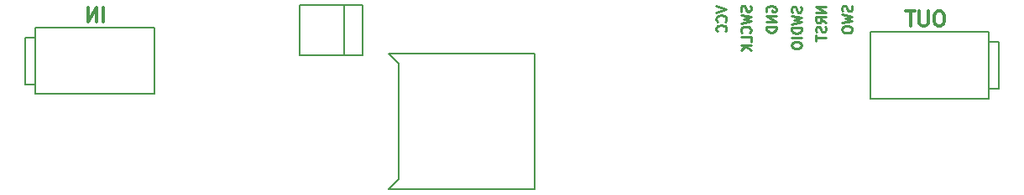
<source format=gbo>
G04 #@! TF.FileFunction,Legend,Bot*
%FSLAX46Y46*%
G04 Gerber Fmt 4.6, Leading zero omitted, Abs format (unit mm)*
G04 Created by KiCad (PCBNEW 4.0.5-e0-6337~52~ubuntu16.10.1) date Sun Jan 15 19:46:15 2017*
%MOMM*%
%LPD*%
G01*
G04 APERTURE LIST*
%ADD10C,0.100000*%
%ADD11C,0.250000*%
%ADD12C,0.300000*%
%ADD13C,0.150000*%
%ADD14C,0.200000*%
G04 APERTURE END LIST*
D10*
D11*
X162482162Y-81321448D02*
X162529781Y-81464305D01*
X162529781Y-81702401D01*
X162482162Y-81797639D01*
X162434543Y-81845258D01*
X162339305Y-81892877D01*
X162244067Y-81892877D01*
X162148829Y-81845258D01*
X162101210Y-81797639D01*
X162053590Y-81702401D01*
X162005971Y-81511924D01*
X161958352Y-81416686D01*
X161910733Y-81369067D01*
X161815495Y-81321448D01*
X161720257Y-81321448D01*
X161625019Y-81369067D01*
X161577400Y-81416686D01*
X161529781Y-81511924D01*
X161529781Y-81750020D01*
X161577400Y-81892877D01*
X161529781Y-82226210D02*
X162529781Y-82464305D01*
X161815495Y-82654782D01*
X162529781Y-82845258D01*
X161529781Y-83083353D01*
X161529781Y-83654781D02*
X161529781Y-83845258D01*
X161577400Y-83940496D01*
X161672638Y-84035734D01*
X161863114Y-84083353D01*
X162196448Y-84083353D01*
X162386924Y-84035734D01*
X162482162Y-83940496D01*
X162529781Y-83845258D01*
X162529781Y-83654781D01*
X162482162Y-83559543D01*
X162386924Y-83464305D01*
X162196448Y-83416686D01*
X161863114Y-83416686D01*
X161672638Y-83464305D01*
X161577400Y-83559543D01*
X161529781Y-83654781D01*
X159875481Y-81453243D02*
X158875481Y-81453243D01*
X159875481Y-82024672D01*
X158875481Y-82024672D01*
X159875481Y-83072291D02*
X159399290Y-82738957D01*
X159875481Y-82500862D02*
X158875481Y-82500862D01*
X158875481Y-82881815D01*
X158923100Y-82977053D01*
X158970719Y-83024672D01*
X159065957Y-83072291D01*
X159208814Y-83072291D01*
X159304052Y-83024672D01*
X159351671Y-82977053D01*
X159399290Y-82881815D01*
X159399290Y-82500862D01*
X159827862Y-83453243D02*
X159875481Y-83596100D01*
X159875481Y-83834196D01*
X159827862Y-83929434D01*
X159780243Y-83977053D01*
X159685005Y-84024672D01*
X159589767Y-84024672D01*
X159494529Y-83977053D01*
X159446910Y-83929434D01*
X159399290Y-83834196D01*
X159351671Y-83643719D01*
X159304052Y-83548481D01*
X159256433Y-83500862D01*
X159161195Y-83453243D01*
X159065957Y-83453243D01*
X158970719Y-83500862D01*
X158923100Y-83548481D01*
X158875481Y-83643719D01*
X158875481Y-83881815D01*
X158923100Y-84024672D01*
X158875481Y-84310386D02*
X158875481Y-84881815D01*
X159875481Y-84596100D02*
X158875481Y-84596100D01*
X157376762Y-81434253D02*
X157424381Y-81577110D01*
X157424381Y-81815206D01*
X157376762Y-81910444D01*
X157329143Y-81958063D01*
X157233905Y-82005682D01*
X157138667Y-82005682D01*
X157043429Y-81958063D01*
X156995810Y-81910444D01*
X156948190Y-81815206D01*
X156900571Y-81624729D01*
X156852952Y-81529491D01*
X156805333Y-81481872D01*
X156710095Y-81434253D01*
X156614857Y-81434253D01*
X156519619Y-81481872D01*
X156472000Y-81529491D01*
X156424381Y-81624729D01*
X156424381Y-81862825D01*
X156472000Y-82005682D01*
X156424381Y-82339015D02*
X157424381Y-82577110D01*
X156710095Y-82767587D01*
X157424381Y-82958063D01*
X156424381Y-83196158D01*
X157424381Y-83577110D02*
X156424381Y-83577110D01*
X156424381Y-83815205D01*
X156472000Y-83958063D01*
X156567238Y-84053301D01*
X156662476Y-84100920D01*
X156852952Y-84148539D01*
X156995810Y-84148539D01*
X157186286Y-84100920D01*
X157281524Y-84053301D01*
X157376762Y-83958063D01*
X157424381Y-83815205D01*
X157424381Y-83577110D01*
X157424381Y-84577110D02*
X156424381Y-84577110D01*
X156424381Y-85243776D02*
X156424381Y-85434253D01*
X156472000Y-85529491D01*
X156567238Y-85624729D01*
X156757714Y-85672348D01*
X157091048Y-85672348D01*
X157281524Y-85624729D01*
X157376762Y-85529491D01*
X157424381Y-85434253D01*
X157424381Y-85243776D01*
X157376762Y-85148538D01*
X157281524Y-85053300D01*
X157091048Y-85005681D01*
X156757714Y-85005681D01*
X156567238Y-85053300D01*
X156472000Y-85148538D01*
X156424381Y-85243776D01*
X153919300Y-81940496D02*
X153871681Y-81845258D01*
X153871681Y-81702401D01*
X153919300Y-81559543D01*
X154014538Y-81464305D01*
X154109776Y-81416686D01*
X154300252Y-81369067D01*
X154443110Y-81369067D01*
X154633586Y-81416686D01*
X154728824Y-81464305D01*
X154824062Y-81559543D01*
X154871681Y-81702401D01*
X154871681Y-81797639D01*
X154824062Y-81940496D01*
X154776443Y-81988115D01*
X154443110Y-81988115D01*
X154443110Y-81797639D01*
X154871681Y-82416686D02*
X153871681Y-82416686D01*
X154871681Y-82988115D01*
X153871681Y-82988115D01*
X154871681Y-83464305D02*
X153871681Y-83464305D01*
X153871681Y-83702400D01*
X153919300Y-83845258D01*
X154014538Y-83940496D01*
X154109776Y-83988115D01*
X154300252Y-84035734D01*
X154443110Y-84035734D01*
X154633586Y-83988115D01*
X154728824Y-83940496D01*
X154824062Y-83845258D01*
X154871681Y-83702400D01*
X154871681Y-83464305D01*
X152271362Y-81354895D02*
X152318981Y-81497752D01*
X152318981Y-81735848D01*
X152271362Y-81831086D01*
X152223743Y-81878705D01*
X152128505Y-81926324D01*
X152033267Y-81926324D01*
X151938029Y-81878705D01*
X151890410Y-81831086D01*
X151842790Y-81735848D01*
X151795171Y-81545371D01*
X151747552Y-81450133D01*
X151699933Y-81402514D01*
X151604695Y-81354895D01*
X151509457Y-81354895D01*
X151414219Y-81402514D01*
X151366600Y-81450133D01*
X151318981Y-81545371D01*
X151318981Y-81783467D01*
X151366600Y-81926324D01*
X151318981Y-82259657D02*
X152318981Y-82497752D01*
X151604695Y-82688229D01*
X152318981Y-82878705D01*
X151318981Y-83116800D01*
X152223743Y-84069181D02*
X152271362Y-84021562D01*
X152318981Y-83878705D01*
X152318981Y-83783467D01*
X152271362Y-83640609D01*
X152176124Y-83545371D01*
X152080886Y-83497752D01*
X151890410Y-83450133D01*
X151747552Y-83450133D01*
X151557076Y-83497752D01*
X151461838Y-83545371D01*
X151366600Y-83640609D01*
X151318981Y-83783467D01*
X151318981Y-83878705D01*
X151366600Y-84021562D01*
X151414219Y-84069181D01*
X152318981Y-84973943D02*
X152318981Y-84497752D01*
X151318981Y-84497752D01*
X152318981Y-85307276D02*
X151318981Y-85307276D01*
X152318981Y-85878705D02*
X151747552Y-85450133D01*
X151318981Y-85878705D02*
X151890410Y-85307276D01*
X148842481Y-81369067D02*
X149842481Y-81702400D01*
X148842481Y-82035734D01*
X149747243Y-82940496D02*
X149794862Y-82892877D01*
X149842481Y-82750020D01*
X149842481Y-82654782D01*
X149794862Y-82511924D01*
X149699624Y-82416686D01*
X149604386Y-82369067D01*
X149413910Y-82321448D01*
X149271052Y-82321448D01*
X149080576Y-82369067D01*
X148985338Y-82416686D01*
X148890100Y-82511924D01*
X148842481Y-82654782D01*
X148842481Y-82750020D01*
X148890100Y-82892877D01*
X148937719Y-82940496D01*
X149747243Y-83940496D02*
X149794862Y-83892877D01*
X149842481Y-83750020D01*
X149842481Y-83654782D01*
X149794862Y-83511924D01*
X149699624Y-83416686D01*
X149604386Y-83369067D01*
X149413910Y-83321448D01*
X149271052Y-83321448D01*
X149080576Y-83369067D01*
X148985338Y-83416686D01*
X148890100Y-83511924D01*
X148842481Y-83654782D01*
X148842481Y-83750020D01*
X148890100Y-83892877D01*
X148937719Y-83940496D01*
D12*
X171476800Y-81906371D02*
X171191086Y-81906371D01*
X171048228Y-81977800D01*
X170905371Y-82120657D01*
X170833943Y-82406371D01*
X170833943Y-82906371D01*
X170905371Y-83192086D01*
X171048228Y-83334943D01*
X171191086Y-83406371D01*
X171476800Y-83406371D01*
X171619657Y-83334943D01*
X171762514Y-83192086D01*
X171833943Y-82906371D01*
X171833943Y-82406371D01*
X171762514Y-82120657D01*
X171619657Y-81977800D01*
X171476800Y-81906371D01*
X170191085Y-81906371D02*
X170191085Y-83120657D01*
X170119657Y-83263514D01*
X170048228Y-83334943D01*
X169905371Y-83406371D01*
X169619657Y-83406371D01*
X169476799Y-83334943D01*
X169405371Y-83263514D01*
X169333942Y-83120657D01*
X169333942Y-81906371D01*
X168833942Y-81906371D02*
X167976799Y-81906371D01*
X168405370Y-83406371D02*
X168405370Y-81906371D01*
X87018714Y-82999971D02*
X87018714Y-81499971D01*
X86304428Y-82999971D02*
X86304428Y-81499971D01*
X85447285Y-82999971D01*
X85447285Y-81499971D01*
D13*
X111270000Y-81280000D02*
X111270000Y-86360000D01*
X106825000Y-81280000D02*
X106825000Y-86360000D01*
X113175000Y-86360000D02*
X113175000Y-81280000D01*
X113175000Y-86360000D02*
X106825000Y-86360000D01*
X113175000Y-81280000D02*
X106825000Y-81280000D01*
D14*
X176345600Y-85000000D02*
X177345600Y-85000000D01*
X177345600Y-85000000D02*
X177345600Y-89750000D01*
X177345600Y-89750000D02*
X176345600Y-89750000D01*
X176345600Y-84000000D02*
X176345600Y-90750000D01*
X176345600Y-90750000D02*
X164345600Y-90750000D01*
X164345600Y-90750000D02*
X164345600Y-84000000D01*
X164345600Y-84000000D02*
X176345600Y-84000000D01*
X80143600Y-89287600D02*
X79143600Y-89287600D01*
X79143600Y-89287600D02*
X79143600Y-84537600D01*
X79143600Y-84537600D02*
X80143600Y-84537600D01*
X80143600Y-90287600D02*
X80143600Y-83537600D01*
X80143600Y-83537600D02*
X92143600Y-83537600D01*
X92143600Y-83537600D02*
X92143600Y-90287600D01*
X92143600Y-90287600D02*
X80143600Y-90287600D01*
X115798600Y-86207600D02*
X116814600Y-87223600D01*
X115798600Y-99923600D02*
X116814600Y-98907600D01*
X116814600Y-98907600D02*
X116814600Y-87223600D01*
X115798600Y-86207600D02*
X130530600Y-86207600D01*
X130530600Y-86207600D02*
X130530600Y-99923600D01*
X130530600Y-99923600D02*
X115798600Y-99923600D01*
M02*

</source>
